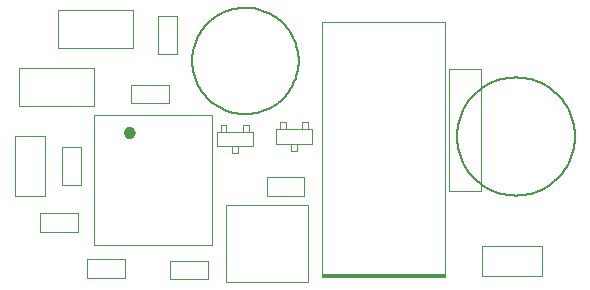
<source format=gm1>
G04 Layer_Color=16711935*
%FSLAX25Y25*%
%MOIN*%
G70*
G01*
G75*
%ADD16C,0.01968*%
%ADD30C,0.00787*%
%ADD31C,0.00394*%
%ADD50C,0.00492*%
D16*
X42717Y55118D02*
X42224Y55971D01*
X41240D01*
X40748Y55118D01*
X41240Y54266D01*
X42224D01*
X42717Y55118D01*
D30*
X98032Y79134D02*
X98003Y80136D01*
X97918Y81135D01*
X97777Y82128D01*
X97579Y83111D01*
X97327Y84081D01*
X97019Y85036D01*
X96659Y85972D01*
X96246Y86885D01*
X95782Y87774D01*
X95268Y88635D01*
X94707Y89466D01*
X94099Y90264D01*
X93447Y91026D01*
X92753Y91750D01*
X92020Y92433D01*
X91249Y93074D01*
X90443Y93670D01*
X89604Y94220D01*
X88736Y94721D01*
X87840Y95173D01*
X86921Y95573D01*
X85980Y95920D01*
X85021Y96214D01*
X84048Y96453D01*
X83062Y96636D01*
X82067Y96763D01*
X81067Y96834D01*
X80064Y96849D01*
X79062Y96806D01*
X78065Y96707D01*
X77074Y96551D01*
X76094Y96340D01*
X75127Y96074D01*
X74177Y95753D01*
X73247Y95379D01*
X72339Y94953D01*
X71457Y94477D01*
X70603Y93951D01*
X69780Y93378D01*
X68991Y92759D01*
X68238Y92097D01*
X67524Y91393D01*
X66851Y90649D01*
X66221Y89869D01*
X65637Y89055D01*
X65099Y88208D01*
X64610Y87333D01*
X64171Y86431D01*
X63784Y85506D01*
X63450Y84561D01*
X63170Y83598D01*
X62945Y82621D01*
X62775Y81633D01*
X62662Y80636D01*
X62606Y79635D01*
X62606Y78632D01*
X62662Y77631D01*
X62775Y76635D01*
X62945Y75647D01*
X63170Y74670D01*
X63450Y73707D01*
X63784Y72761D01*
X64171Y71836D01*
X64610Y70935D01*
X65099Y70059D01*
X65637Y69213D01*
X66221Y68398D01*
X66851Y67618D01*
X67524Y66875D01*
X68238Y66171D01*
X68991Y65509D01*
X69780Y64890D01*
X70603Y64317D01*
X71457Y63791D01*
X72339Y63314D01*
X73247Y62888D01*
X74177Y62515D01*
X75127Y62194D01*
X76094Y61927D01*
X77074Y61716D01*
X78065Y61561D01*
X79062Y61462D01*
X80064Y61419D01*
X81067Y61433D01*
X82067Y61504D01*
X83062Y61632D01*
X84048Y61815D01*
X85021Y62054D01*
X85980Y62348D01*
X86921Y62695D01*
X87840Y63095D01*
X88736Y63546D01*
X89604Y64048D01*
X90443Y64597D01*
X91249Y65194D01*
X92020Y65835D01*
X92753Y66518D01*
X93447Y67242D01*
X94099Y68004D01*
X94707Y68802D01*
X95268Y69632D01*
X95782Y70494D01*
X96246Y71382D01*
X96659Y72296D01*
X97019Y73232D01*
X97327Y74186D01*
X97579Y75157D01*
X97777Y76140D01*
X97918Y77132D01*
X98003Y78132D01*
X98032Y79134D01*
X190157Y53937D02*
X190132Y54934D01*
X190057Y55928D01*
X189930Y56918D01*
X189754Y57900D01*
X189529Y58871D01*
X189255Y59830D01*
X188932Y60774D01*
X188562Y61700D01*
X188146Y62606D01*
X187684Y63490D01*
X187178Y64350D01*
X186629Y65182D01*
X186039Y65986D01*
X185409Y66759D01*
X184740Y67499D01*
X184035Y68205D01*
X183295Y68873D01*
X182522Y69503D01*
X181718Y70094D01*
X180885Y70643D01*
X180026Y71149D01*
X179142Y71610D01*
X178235Y72027D01*
X177309Y72397D01*
X176365Y72719D01*
X175407Y72994D01*
X174435Y73219D01*
X173453Y73395D01*
X172464Y73521D01*
X171469Y73597D01*
X170472Y73622D01*
X169475Y73597D01*
X168481Y73521D01*
X167492Y73395D01*
X166510Y73219D01*
X165538Y72994D01*
X164579Y72719D01*
X163636Y72397D01*
X162709Y72027D01*
X161803Y71610D01*
X160919Y71149D01*
X160060Y70643D01*
X159227Y70094D01*
X158423Y69503D01*
X157650Y68873D01*
X156910Y68205D01*
X156205Y67499D01*
X155536Y66759D01*
X154906Y65986D01*
X154316Y65182D01*
X153767Y64350D01*
X153261Y63490D01*
X152799Y62606D01*
X152383Y61700D01*
X152013Y60774D01*
X151690Y59830D01*
X151416Y58871D01*
X151190Y57899D01*
X151014Y56918D01*
X150888Y55928D01*
X150813Y54934D01*
X150787Y53937D01*
X150813Y52940D01*
X150888Y51946D01*
X151014Y50956D01*
X151190Y49974D01*
X151416Y49003D01*
X151690Y48044D01*
X152013Y47100D01*
X152383Y46174D01*
X152799Y45268D01*
X153261Y44384D01*
X153767Y43524D01*
X154316Y42691D01*
X154906Y41888D01*
X155536Y41115D01*
X156205Y40375D01*
X156910Y39669D01*
X157650Y39001D01*
X158423Y38370D01*
X159227Y37780D01*
X160060Y37231D01*
X160919Y36725D01*
X161803Y36264D01*
X162710Y35847D01*
X163636Y35477D01*
X164579Y35155D01*
X165538Y34880D01*
X166510Y34655D01*
X167492Y34479D01*
X168481Y34353D01*
X169475Y34277D01*
X170473Y34252D01*
X171469Y34277D01*
X172464Y34353D01*
X173453Y34479D01*
X174435Y34655D01*
X175407Y34880D01*
X176365Y35155D01*
X177309Y35477D01*
X178235Y35847D01*
X179142Y36264D01*
X180026Y36726D01*
X180885Y37231D01*
X181718Y37780D01*
X182522Y38371D01*
X183295Y39001D01*
X184035Y39669D01*
X184740Y40375D01*
X185409Y41115D01*
X186039Y41888D01*
X186629Y42692D01*
X187178Y43524D01*
X187684Y44384D01*
X188146Y45268D01*
X188562Y46174D01*
X188932Y47100D01*
X189255Y48044D01*
X189529Y49003D01*
X189754Y49975D01*
X189930Y50956D01*
X190057Y51946D01*
X190132Y52940D01*
X190157Y53937D01*
D31*
X11811Y22047D02*
X24409D01*
X11811Y28346D02*
X24409D01*
X11811Y22047D02*
Y28346D01*
X24409Y22047D02*
Y28346D01*
X27559Y6693D02*
X40157D01*
X27559Y12992D02*
X40157D01*
X27559Y6693D02*
Y12992D01*
X40157Y6693D02*
Y12992D01*
X25591Y37795D02*
Y50394D01*
X19291Y37795D02*
Y50394D01*
Y37795D02*
X25591D01*
X19291Y50394D02*
X25591D01*
X13386Y34095D02*
Y54094D01*
X3386D02*
X13386D01*
X3386Y34095D02*
Y54094D01*
Y34095D02*
X13386D01*
X54724Y64960D02*
Y71259D01*
X42126D02*
X54724D01*
X42126Y64960D02*
Y71259D01*
Y64960D02*
X54724D01*
X51182Y94094D02*
X57481D01*
X51182Y81496D02*
Y94094D01*
Y81496D02*
X57481D01*
Y94094D01*
X55118Y6300D02*
Y12599D01*
Y6300D02*
X67717D01*
Y12599D01*
X55118D02*
X67717D01*
X29921Y17717D02*
Y61024D01*
X69291Y17717D02*
Y61024D01*
X29921D02*
X69291D01*
X29921Y17717D02*
X69291D01*
X4822Y76889D02*
X29822D01*
X4822Y64055D02*
Y76889D01*
Y64055D02*
X29822D01*
Y76889D01*
X17814Y96181D02*
X42814D01*
X17814Y83346D02*
Y96181D01*
Y83346D02*
X42814D01*
Y96181D01*
X87402Y34252D02*
Y40552D01*
Y34252D02*
X100000D01*
Y40552D01*
X87402D02*
X100000D01*
X79528Y55512D02*
X79528Y57874D01*
X81496D01*
X81496Y55512D01*
X73996Y57874D02*
X73996Y55512D01*
X72028Y57874D02*
X73996D01*
X72028Y55512D02*
X72028Y57874D01*
X75778Y50787D02*
X75778Y48425D01*
X77746D01*
X77746Y50787D01*
X70866D02*
Y55512D01*
X82677Y50787D02*
Y55512D01*
X70866Y50787D02*
X82677D01*
X70866Y55512D02*
X82677D01*
X148249Y35610D02*
X158879D01*
Y76495D01*
X148249D02*
X158879D01*
X148249Y35610D02*
Y76495D01*
X105905Y8268D02*
X146850D01*
X105905Y7874D02*
X146850D01*
X105905Y7480D02*
X146850D01*
X105905Y92126D02*
X146850D01*
X105905Y7480D02*
Y92126D01*
Y7087D02*
X146850D01*
Y7480D02*
Y92126D01*
X159291Y7480D02*
X179291D01*
Y17481D01*
X159291D02*
X179291D01*
X159291Y7480D02*
Y17481D01*
X99213Y56299D02*
X99213Y58661D01*
X101181D01*
X101181Y56299D01*
X93681Y58661D02*
X93681Y56299D01*
X91713Y58661D02*
X93681D01*
X91713Y56299D02*
X91713Y58661D01*
X95463Y51575D02*
X95463Y49213D01*
X97431D01*
X97431Y51575D01*
X90551D02*
Y56299D01*
X102362Y51575D02*
Y56299D01*
X90551Y51575D02*
X102362D01*
X90551Y56299D02*
X102362D01*
X101319Y5276D02*
Y31260D01*
X73760Y5276D02*
X101319D01*
X73760D02*
Y31260D01*
X101319D01*
D50*
X81299Y53937D02*
D03*
X100984Y54724D02*
D03*
M02*

</source>
